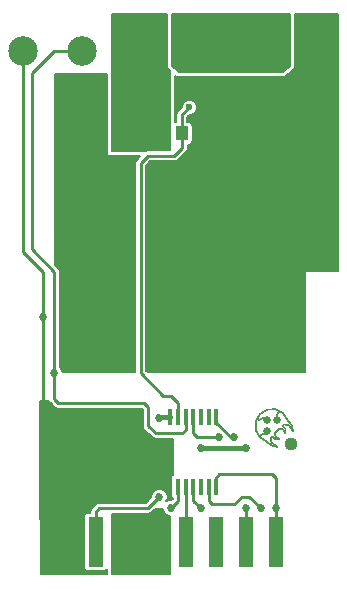
<source format=gbl>
G04 #@! TF.FileFunction,Copper,L2,Bot,Signal*
%FSLAX46Y46*%
G04 Gerber Fmt 4.6, Leading zero omitted, Abs format (unit mm)*
G04 Created by KiCad (PCBNEW (2015-03-06 BZR 5484)-product) date 10/6/2015 9:14:59 PM*
%MOMM*%
G01*
G04 APERTURE LIST*
%ADD10C,0.100000*%
%ADD11C,0.177800*%
%ADD12C,2.500000*%
%ADD13R,2.500000X2.500000*%
%ADD14R,1.270000X4.191000*%
%ADD15C,0.635000*%
%ADD16R,1.000000X1.250000*%
%ADD17R,0.450000X1.450000*%
%ADD18C,0.685800*%
%ADD19C,1.117600*%
%ADD20C,0.600000*%
%ADD21C,0.254000*%
%ADD22C,0.381000*%
G04 APERTURE END LIST*
D10*
D11*
X162470775Y-123099665D02*
G75*
G02X162668356Y-122973881I170002J-48967D01*
G01*
X163063507Y-122686385D02*
G75*
G02X162668356Y-122973881I-335666J46051D01*
G01*
X163062780Y-123584302D02*
G75*
G02X164859538Y-121788487I449720J1346802D01*
G01*
X165308549Y-122686513D02*
G75*
G03X164859538Y-121788487I-1308519J-92991D01*
G01*
X165196298Y-122574260D02*
G75*
G03X164522779Y-122125247I-561266J-112253D01*
G01*
X165308551Y-122686513D02*
X165196298Y-122574260D01*
X164522779Y-122125247D02*
X164410526Y-122237500D01*
X164635032Y-122912816D02*
G75*
G03X164410526Y-122237500I-449911J225405D01*
G01*
X164635032Y-122911019D02*
G75*
G03X164186019Y-122462006I-449013J0D01*
G01*
X164186254Y-122461537D02*
G75*
G02X163737006Y-122911019I-898258J448541D01*
G01*
X164186019Y-123360032D02*
G75*
G02X163737006Y-122911019I0J449013D01*
G01*
X164187816Y-123360032D02*
G75*
G02X163512500Y-123135526I-225405J449911D01*
G01*
X163400247Y-123247779D02*
X163512500Y-123135526D01*
X163961513Y-124033551D02*
X163849260Y-123921298D01*
X163849260Y-123921298D02*
G75*
G02X163400247Y-123247779I112253J561266D01*
G01*
X163961513Y-124033549D02*
G75*
G02X163063487Y-123584538I92991J1308519D01*
G01*
X162578554Y-121662763D02*
G75*
G02X162219343Y-121662764I-179606J179605D01*
G01*
X162578553Y-121662763D02*
G75*
G02X162901843Y-121626843I179605J-143685D01*
G01*
X163979473Y-121662764D02*
G75*
G02X164123157Y-121052106I377171J233487D01*
G01*
D12*
X142440000Y-90505000D03*
X147440000Y-90505000D03*
X152440000Y-90505000D03*
D13*
X167440000Y-90505000D03*
D12*
X162440000Y-90505000D03*
X157440000Y-90505000D03*
D14*
X146050000Y-132080000D03*
X148590000Y-132080000D03*
X151130000Y-132080000D03*
X153670000Y-132080000D03*
X156210000Y-132080000D03*
X158750000Y-132080000D03*
X161290000Y-132080000D03*
X163830000Y-132080000D03*
D15*
X163961513Y-121788487D03*
X163063487Y-122686513D03*
X163063487Y-121788487D03*
D16*
X155940000Y-97490000D03*
X153940000Y-97490000D03*
D17*
X154895000Y-121510000D03*
X155545000Y-121510000D03*
X156195000Y-121510000D03*
X156845000Y-121510000D03*
X157495000Y-121510000D03*
X158145000Y-121510000D03*
X158795000Y-121510000D03*
X158795000Y-127410000D03*
X158145000Y-127410000D03*
X157495000Y-127410000D03*
X156845000Y-127410000D03*
X156195000Y-127410000D03*
X155545000Y-127410000D03*
X154895000Y-127410000D03*
D18*
X152400000Y-133350000D03*
X152400000Y-132080000D03*
X152400000Y-130810000D03*
X153670000Y-126682500D03*
X151447500Y-126682500D03*
X148590000Y-126682500D03*
X146367500Y-127952500D03*
X145732500Y-126682500D03*
X147320000Y-133350000D03*
X147320000Y-132080000D03*
X147320000Y-130810000D03*
X144145000Y-113030000D03*
X145097500Y-117792500D03*
D19*
X165100000Y-123825000D03*
D18*
X161290000Y-124142500D03*
X157480000Y-124142500D03*
X153987500Y-121602500D03*
X157480000Y-129222500D03*
X153987500Y-128270000D03*
X154940000Y-129222500D03*
X162560000Y-129222500D03*
X161290000Y-129222500D03*
X159067500Y-123190000D03*
X163830000Y-129222500D03*
D20*
X156527500Y-95267500D03*
X151765000Y-95885000D03*
X152717500Y-95885000D03*
X153670000Y-95885000D03*
X154622500Y-100030000D03*
X155892500Y-100030000D03*
X157162500Y-100030000D03*
X153352500Y-100030000D03*
X148907500Y-106380000D03*
X148907500Y-104475000D03*
X148907500Y-98760000D03*
X148907500Y-100665000D03*
X148907500Y-102570000D03*
X160972500Y-102570000D03*
X160972500Y-100665000D03*
X160972500Y-98760000D03*
X160972500Y-104475000D03*
X157162500Y-107632500D03*
X155892500Y-107632500D03*
X154622500Y-107632500D03*
X153352500Y-107632500D03*
X160972500Y-106362500D03*
D18*
X160337500Y-123190000D03*
D11*
X152400000Y-132080000D02*
X152400000Y-130810000D01*
X151130000Y-132080000D02*
X152400000Y-133350000D01*
X153670000Y-132080000D02*
X152400000Y-133350000D01*
X146050000Y-132080000D02*
X147320000Y-133350000D01*
X147320000Y-132080000D02*
X147320000Y-130810000D01*
D21*
X142440000Y-107515000D02*
X144145000Y-109220000D01*
X144145000Y-113030000D02*
X144145000Y-121285000D01*
X144145000Y-109220000D02*
X144145000Y-113030000D01*
X142440000Y-90505000D02*
X142440000Y-107515000D01*
X145750000Y-90505000D02*
X145732500Y-90487500D01*
X147440000Y-90505000D02*
X145750000Y-90505000D01*
X145097500Y-109220000D02*
X145097500Y-117792500D01*
X143192500Y-107315000D02*
X145097500Y-109220000D01*
X143192500Y-92392500D02*
X143192500Y-107315000D01*
X145080000Y-90505000D02*
X143192500Y-92392500D01*
X145750000Y-90505000D02*
X145080000Y-90505000D01*
X145415000Y-120332500D02*
X145097500Y-120015000D01*
X145097500Y-120015000D02*
X145097500Y-117792500D01*
X153670000Y-122872500D02*
X153035000Y-122237500D01*
X153035000Y-122237500D02*
X153035000Y-120650000D01*
X153035000Y-120650000D02*
X152717500Y-120332500D01*
X152717500Y-120332500D02*
X145732500Y-120332500D01*
X156195000Y-121510000D02*
X156195000Y-122570000D01*
X153987500Y-122872500D02*
X153670000Y-122872500D01*
X155892500Y-122872500D02*
X153987500Y-122872500D01*
X156195000Y-122570000D02*
X155892500Y-122872500D01*
X145732500Y-120332500D02*
X145415000Y-120332500D01*
D22*
X157480000Y-124142500D02*
X161290000Y-124142500D01*
X154080000Y-121510000D02*
X153987500Y-121602500D01*
X154895000Y-121510000D02*
X154080000Y-121510000D01*
D21*
X156845000Y-128587500D02*
X156845000Y-127410000D01*
X156845000Y-128587500D02*
X157480000Y-129222500D01*
X148590000Y-129540000D02*
X148907500Y-129222500D01*
X148907500Y-129222500D02*
X150177500Y-129222500D01*
X153035000Y-129222500D02*
X150177500Y-129222500D01*
X153987500Y-128270000D02*
X153035000Y-129222500D01*
X148590000Y-129540000D02*
X148590000Y-132080000D01*
X155575000Y-128587500D02*
X154940000Y-129222500D01*
X155575000Y-128587500D02*
X155545000Y-127410000D01*
X156210000Y-127425000D02*
X156195000Y-127410000D01*
X156210000Y-132080000D02*
X156210000Y-127425000D01*
X158750000Y-132080000D02*
X158750000Y-130175000D01*
X158145000Y-128617500D02*
X158145000Y-127410000D01*
X158432500Y-128905000D02*
X158145000Y-128617500D01*
X160337500Y-128905000D02*
X158432500Y-128905000D01*
X160972500Y-128270000D02*
X160337500Y-128905000D01*
X161607500Y-128270000D02*
X160972500Y-128270000D01*
X162560000Y-129222500D02*
X161607500Y-128270000D01*
X161290000Y-132080000D02*
X161290000Y-129222500D01*
X159067500Y-123190000D02*
X157162500Y-123190000D01*
X157162500Y-123190000D02*
X156845000Y-122872500D01*
X156845000Y-122872500D02*
X156845000Y-121510000D01*
X163830000Y-129222500D02*
X163830000Y-132080000D01*
X158795000Y-126637500D02*
X159067500Y-126365000D01*
X159067500Y-126365000D02*
X163512500Y-126365000D01*
X163512500Y-126365000D02*
X163830000Y-126682500D01*
X163830000Y-126682500D02*
X163830000Y-129222500D01*
X158795000Y-127410000D02*
X158795000Y-126637500D01*
X155940000Y-98712500D02*
X155940000Y-97490000D01*
X155892500Y-95902500D02*
X155892500Y-97442500D01*
X156527500Y-95267500D02*
X155892500Y-95902500D01*
X155892500Y-97442500D02*
X155940000Y-97490000D01*
X155257500Y-99395000D02*
X155940000Y-98712500D01*
X153035000Y-99395000D02*
X155257500Y-99395000D01*
X152400000Y-100030000D02*
X153035000Y-99395000D01*
X152400000Y-106362500D02*
X152400000Y-100030000D01*
X152400000Y-106380000D02*
X152400000Y-106362500D01*
X155545000Y-120302500D02*
X154940000Y-119697500D01*
X152400000Y-117792500D02*
X152400000Y-106362500D01*
X154305000Y-119697500D02*
X154940000Y-119697500D01*
X152400000Y-117792500D02*
X154305000Y-119697500D01*
X155545000Y-121510000D02*
X155545000Y-120302500D01*
X151765000Y-95885000D02*
X152717500Y-95885000D01*
X155892500Y-100030000D02*
X157162500Y-100030000D01*
X153352500Y-100030000D02*
X154622500Y-100030000D01*
X148907500Y-98760000D02*
X148907500Y-104475000D01*
X148907500Y-102570000D02*
X148907500Y-100665000D01*
X160972500Y-102570000D02*
X160972500Y-100665000D01*
X160972500Y-98760000D02*
X160972500Y-104475000D01*
X158415000Y-106380000D02*
X157162500Y-107632500D01*
X155892500Y-107632500D02*
X154622500Y-107632500D01*
X153352500Y-107632500D02*
X153352500Y-108267500D01*
X160972500Y-106362500D02*
X158415000Y-106380000D01*
X160020000Y-123190000D02*
X160337500Y-123190000D01*
X158795000Y-121965000D02*
X160020000Y-123190000D01*
X158795000Y-121510000D02*
X158795000Y-121965000D01*
D11*
G36*
X154851100Y-134782100D02*
X149948900Y-134782100D01*
X149948900Y-129692400D01*
X150177500Y-129692400D01*
X153035000Y-129692400D01*
X153035000Y-129692399D01*
X153214823Y-129656631D01*
X153367269Y-129554769D01*
X153610638Y-129311400D01*
X154254121Y-129311400D01*
X154254081Y-129358316D01*
X154358268Y-129610467D01*
X154551018Y-129803554D01*
X154802987Y-129908181D01*
X154851100Y-129908222D01*
X154851100Y-134782100D01*
X154851100Y-134782100D01*
G37*
X154851100Y-134782100D02*
X149948900Y-134782100D01*
X149948900Y-129692400D01*
X150177500Y-129692400D01*
X153035000Y-129692400D01*
X153035000Y-129692399D01*
X153214823Y-129656631D01*
X153367269Y-129554769D01*
X153610638Y-129311400D01*
X154254121Y-129311400D01*
X154254081Y-129358316D01*
X154358268Y-129610467D01*
X154551018Y-129803554D01*
X154802987Y-129908181D01*
X154851100Y-129908222D01*
X154851100Y-134782100D01*
G36*
X155168600Y-126374316D02*
X155074339Y-126436236D01*
X154997417Y-126550194D01*
X154970382Y-126685000D01*
X154970382Y-128135000D01*
X154995750Y-128265747D01*
X155071236Y-128380661D01*
X155098736Y-128399224D01*
X154961243Y-128536718D01*
X154804184Y-128536581D01*
X154581105Y-128628755D01*
X154673181Y-128407013D01*
X154673419Y-128134184D01*
X154569232Y-127882033D01*
X154376482Y-127688946D01*
X154124513Y-127584319D01*
X153851684Y-127584081D01*
X153599533Y-127688268D01*
X153406446Y-127881018D01*
X153301819Y-128132987D01*
X153301680Y-128291280D01*
X152840361Y-128752600D01*
X150177500Y-128752600D01*
X148907500Y-128752600D01*
X148727677Y-128788369D01*
X148575231Y-128890230D01*
X148257731Y-129207731D01*
X148155869Y-129360177D01*
X148120100Y-129540000D01*
X148120100Y-129634882D01*
X147955000Y-129634882D01*
X147824253Y-129660250D01*
X147709339Y-129735736D01*
X147632417Y-129849694D01*
X147605382Y-129984500D01*
X147605382Y-134175500D01*
X147630750Y-134306247D01*
X147706236Y-134421161D01*
X147820194Y-134498083D01*
X147955000Y-134525118D01*
X149225000Y-134525118D01*
X149355747Y-134499750D01*
X149470661Y-134424264D01*
X149517100Y-134355465D01*
X149517100Y-134782100D01*
X143927900Y-134782100D01*
X143927900Y-130200000D01*
X143916400Y-130142186D01*
X143916400Y-120103900D01*
X144645283Y-120103900D01*
X144663369Y-120194823D01*
X144765231Y-120347269D01*
X145082731Y-120664770D01*
X145235177Y-120766631D01*
X145415000Y-120802400D01*
X145732500Y-120802400D01*
X152522861Y-120802400D01*
X152565100Y-120844638D01*
X152565100Y-122237500D01*
X152600869Y-122417323D01*
X152702731Y-122569769D01*
X153337731Y-123204770D01*
X153490177Y-123306631D01*
X153670000Y-123342400D01*
X153987500Y-123342400D01*
X155168600Y-123342400D01*
X155168600Y-126374316D01*
X155168600Y-126374316D01*
G37*
X155168600Y-126374316D02*
X155074339Y-126436236D01*
X154997417Y-126550194D01*
X154970382Y-126685000D01*
X154970382Y-128135000D01*
X154995750Y-128265747D01*
X155071236Y-128380661D01*
X155098736Y-128399224D01*
X154961243Y-128536718D01*
X154804184Y-128536581D01*
X154581105Y-128628755D01*
X154673181Y-128407013D01*
X154673419Y-128134184D01*
X154569232Y-127882033D01*
X154376482Y-127688946D01*
X154124513Y-127584319D01*
X153851684Y-127584081D01*
X153599533Y-127688268D01*
X153406446Y-127881018D01*
X153301819Y-128132987D01*
X153301680Y-128291280D01*
X152840361Y-128752600D01*
X150177500Y-128752600D01*
X148907500Y-128752600D01*
X148727677Y-128788369D01*
X148575231Y-128890230D01*
X148257731Y-129207731D01*
X148155869Y-129360177D01*
X148120100Y-129540000D01*
X148120100Y-129634882D01*
X147955000Y-129634882D01*
X147824253Y-129660250D01*
X147709339Y-129735736D01*
X147632417Y-129849694D01*
X147605382Y-129984500D01*
X147605382Y-134175500D01*
X147630750Y-134306247D01*
X147706236Y-134421161D01*
X147820194Y-134498083D01*
X147955000Y-134525118D01*
X149225000Y-134525118D01*
X149355747Y-134499750D01*
X149470661Y-134424264D01*
X149517100Y-134355465D01*
X149517100Y-134782100D01*
X143927900Y-134782100D01*
X143927900Y-130200000D01*
X143916400Y-130142186D01*
X143916400Y-120103900D01*
X144645283Y-120103900D01*
X144663369Y-120194823D01*
X144765231Y-120347269D01*
X145082731Y-120664770D01*
X145235177Y-120766631D01*
X145415000Y-120802400D01*
X145732500Y-120802400D01*
X152522861Y-120802400D01*
X152565100Y-120844638D01*
X152565100Y-122237500D01*
X152600869Y-122417323D01*
X152702731Y-122569769D01*
X153337731Y-123204770D01*
X153490177Y-123306631D01*
X153670000Y-123342400D01*
X153987500Y-123342400D01*
X155168600Y-123342400D01*
X155168600Y-126374316D01*
G36*
X165011100Y-91738176D02*
X164428176Y-92321100D01*
X155611824Y-92321100D01*
X155028900Y-91738176D01*
X155028900Y-87417900D01*
X165011100Y-87417900D01*
X165011100Y-91738176D01*
X165011100Y-91738176D01*
G37*
X165011100Y-91738176D02*
X164428176Y-92321100D01*
X155611824Y-92321100D01*
X155028900Y-91738176D01*
X155028900Y-87417900D01*
X165011100Y-87417900D01*
X165011100Y-91738176D01*
G36*
X154851100Y-98925100D02*
X153035000Y-98925100D01*
X152855177Y-98960869D01*
X152813674Y-98988600D01*
X149948900Y-98988600D01*
X149948900Y-87417900D01*
X154597100Y-87417900D01*
X154597100Y-91917034D01*
X154851100Y-92171034D01*
X154851100Y-98925100D01*
X154851100Y-98925100D01*
G37*
X154851100Y-98925100D02*
X153035000Y-98925100D01*
X152855177Y-98960869D01*
X152813674Y-98988600D01*
X149948900Y-98988600D01*
X149948900Y-87417900D01*
X154597100Y-87417900D01*
X154597100Y-91917034D01*
X154851100Y-92171034D01*
X154851100Y-98925100D01*
G36*
X152345061Y-99420400D02*
X152067731Y-99697731D01*
X151965869Y-99850177D01*
X151930100Y-100030000D01*
X151930100Y-106362500D01*
X151930100Y-106380000D01*
X151930100Y-117721100D01*
X145783362Y-117721100D01*
X145783419Y-117656684D01*
X145679232Y-117404533D01*
X145567400Y-117292505D01*
X145567400Y-109220000D01*
X145531631Y-109040177D01*
X145429770Y-108887731D01*
X145186400Y-108644361D01*
X145186400Y-92498900D01*
X149517100Y-92498900D01*
X149517100Y-99420400D01*
X152345061Y-99420400D01*
X152345061Y-99420400D01*
G37*
X152345061Y-99420400D02*
X152067731Y-99697731D01*
X151965869Y-99850177D01*
X151930100Y-100030000D01*
X151930100Y-106362500D01*
X151930100Y-106380000D01*
X151930100Y-117721100D01*
X145783362Y-117721100D01*
X145783419Y-117656684D01*
X145679232Y-117404533D01*
X145567400Y-117292505D01*
X145567400Y-109220000D01*
X145531631Y-109040177D01*
X145429770Y-108887731D01*
X145186400Y-108644361D01*
X145186400Y-92498900D01*
X149517100Y-92498900D01*
X149517100Y-99420400D01*
X152345061Y-99420400D01*
G36*
X169122100Y-109131100D02*
X166281100Y-109131100D01*
X166281100Y-117721100D01*
X152993138Y-117721100D01*
X152869900Y-117597861D01*
X152869900Y-106380000D01*
X152869900Y-106362500D01*
X152869900Y-100224638D01*
X153229638Y-99864900D01*
X155257500Y-99864900D01*
X155257500Y-99864899D01*
X155437323Y-99829131D01*
X155589769Y-99727269D01*
X156272269Y-99044769D01*
X156272270Y-99044769D01*
X156374131Y-98892323D01*
X156409899Y-98712500D01*
X156409900Y-98712500D01*
X156409900Y-98464618D01*
X156440000Y-98464618D01*
X156570747Y-98439250D01*
X156685661Y-98363764D01*
X156762583Y-98249806D01*
X156789618Y-98115000D01*
X156789618Y-96865000D01*
X156764250Y-96734253D01*
X156688764Y-96619339D01*
X156574806Y-96542417D01*
X156440000Y-96515382D01*
X156362400Y-96515382D01*
X156362400Y-96097138D01*
X156549119Y-95910418D01*
X156654820Y-95910511D01*
X156891198Y-95812842D01*
X157072206Y-95632149D01*
X157170288Y-95395942D01*
X157170511Y-95140180D01*
X157072842Y-94903802D01*
X156892149Y-94722794D01*
X156655942Y-94624712D01*
X156400180Y-94624489D01*
X156163802Y-94722158D01*
X155982794Y-94902851D01*
X155884712Y-95139058D01*
X155884618Y-95245842D01*
X155560231Y-95570231D01*
X155458369Y-95722677D01*
X155422600Y-95902500D01*
X155422600Y-96518758D01*
X155309253Y-96540750D01*
X155282900Y-96558061D01*
X155282900Y-92602834D01*
X155432966Y-92752900D01*
X164607034Y-92752900D01*
X165442900Y-91917034D01*
X165442900Y-87417900D01*
X169122100Y-87417900D01*
X169122100Y-109131100D01*
X169122100Y-109131100D01*
G37*
X169122100Y-109131100D02*
X166281100Y-109131100D01*
X166281100Y-117721100D01*
X152993138Y-117721100D01*
X152869900Y-117597861D01*
X152869900Y-106380000D01*
X152869900Y-106362500D01*
X152869900Y-100224638D01*
X153229638Y-99864900D01*
X155257500Y-99864900D01*
X155257500Y-99864899D01*
X155437323Y-99829131D01*
X155589769Y-99727269D01*
X156272269Y-99044769D01*
X156272270Y-99044769D01*
X156374131Y-98892323D01*
X156409899Y-98712500D01*
X156409900Y-98712500D01*
X156409900Y-98464618D01*
X156440000Y-98464618D01*
X156570747Y-98439250D01*
X156685661Y-98363764D01*
X156762583Y-98249806D01*
X156789618Y-98115000D01*
X156789618Y-96865000D01*
X156764250Y-96734253D01*
X156688764Y-96619339D01*
X156574806Y-96542417D01*
X156440000Y-96515382D01*
X156362400Y-96515382D01*
X156362400Y-96097138D01*
X156549119Y-95910418D01*
X156654820Y-95910511D01*
X156891198Y-95812842D01*
X157072206Y-95632149D01*
X157170288Y-95395942D01*
X157170511Y-95140180D01*
X157072842Y-94903802D01*
X156892149Y-94722794D01*
X156655942Y-94624712D01*
X156400180Y-94624489D01*
X156163802Y-94722158D01*
X155982794Y-94902851D01*
X155884712Y-95139058D01*
X155884618Y-95245842D01*
X155560231Y-95570231D01*
X155458369Y-95722677D01*
X155422600Y-95902500D01*
X155422600Y-96518758D01*
X155309253Y-96540750D01*
X155282900Y-96558061D01*
X155282900Y-92602834D01*
X155432966Y-92752900D01*
X164607034Y-92752900D01*
X165442900Y-91917034D01*
X165442900Y-87417900D01*
X169122100Y-87417900D01*
X169122100Y-109131100D01*
M02*

</source>
